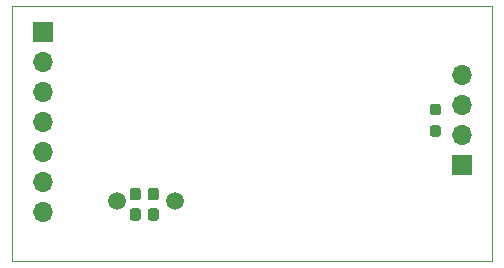
<source format=gbr>
%TF.GenerationSoftware,KiCad,Pcbnew,(5.1.8)-1*%
%TF.CreationDate,2021-01-01T08:41:17+08:00*%
%TF.ProjectId,MCP2517FD-Breakout,4d435032-3531-4374-9644-2d427265616b,rev?*%
%TF.SameCoordinates,Original*%
%TF.FileFunction,Soldermask,Bot*%
%TF.FilePolarity,Negative*%
%FSLAX46Y46*%
G04 Gerber Fmt 4.6, Leading zero omitted, Abs format (unit mm)*
G04 Created by KiCad (PCBNEW (5.1.8)-1) date 2021-01-01 08:41:17*
%MOMM*%
%LPD*%
G01*
G04 APERTURE LIST*
%TA.AperFunction,Profile*%
%ADD10C,0.050000*%
%TD*%
%ADD11C,1.500000*%
%ADD12O,1.700000X1.700000*%
%ADD13R,1.700000X1.700000*%
G04 APERTURE END LIST*
D10*
X157480000Y-86360000D02*
X157480000Y-107950000D01*
X119888000Y-86360000D02*
X116840000Y-86360000D01*
X157480000Y-86360000D02*
X119888000Y-86360000D01*
X126746000Y-107950000D02*
X157480000Y-107950000D01*
X116840000Y-107950000D02*
X126746000Y-107950000D01*
X116840000Y-86360000D02*
X116840000Y-107950000D01*
D11*
%TO.C,Y1*%
X130610000Y-102870000D03*
X125730000Y-102870000D03*
%TD*%
%TO.C,R2*%
G36*
G01*
X152416500Y-96437000D02*
X152891500Y-96437000D01*
G75*
G02*
X153129000Y-96674500I0J-237500D01*
G01*
X153129000Y-97174500D01*
G75*
G02*
X152891500Y-97412000I-237500J0D01*
G01*
X152416500Y-97412000D01*
G75*
G02*
X152179000Y-97174500I0J237500D01*
G01*
X152179000Y-96674500D01*
G75*
G02*
X152416500Y-96437000I237500J0D01*
G01*
G37*
G36*
G01*
X152416500Y-94612000D02*
X152891500Y-94612000D01*
G75*
G02*
X153129000Y-94849500I0J-237500D01*
G01*
X153129000Y-95349500D01*
G75*
G02*
X152891500Y-95587000I-237500J0D01*
G01*
X152416500Y-95587000D01*
G75*
G02*
X152179000Y-95349500I0J237500D01*
G01*
X152179000Y-94849500D01*
G75*
G02*
X152416500Y-94612000I237500J0D01*
G01*
G37*
%TD*%
D12*
%TO.C,J2*%
X154940000Y-92202000D03*
X154940000Y-94742000D03*
X154940000Y-97282000D03*
D13*
X154940000Y-99822000D03*
%TD*%
D12*
%TO.C,J1*%
X119450000Y-103810000D03*
X119450000Y-101270000D03*
X119450000Y-98730000D03*
X119450000Y-96190000D03*
X119450000Y-93650000D03*
X119450000Y-91110000D03*
D13*
X119450000Y-88570000D03*
%TD*%
%TO.C,C3*%
G36*
G01*
X128540500Y-103449000D02*
X129015500Y-103449000D01*
G75*
G02*
X129253000Y-103686500I0J-237500D01*
G01*
X129253000Y-104286500D01*
G75*
G02*
X129015500Y-104524000I-237500J0D01*
G01*
X128540500Y-104524000D01*
G75*
G02*
X128303000Y-104286500I0J237500D01*
G01*
X128303000Y-103686500D01*
G75*
G02*
X128540500Y-103449000I237500J0D01*
G01*
G37*
G36*
G01*
X128540500Y-101724000D02*
X129015500Y-101724000D01*
G75*
G02*
X129253000Y-101961500I0J-237500D01*
G01*
X129253000Y-102561500D01*
G75*
G02*
X129015500Y-102799000I-237500J0D01*
G01*
X128540500Y-102799000D01*
G75*
G02*
X128303000Y-102561500I0J237500D01*
G01*
X128303000Y-101961500D01*
G75*
G02*
X128540500Y-101724000I237500J0D01*
G01*
G37*
%TD*%
%TO.C,C2*%
G36*
G01*
X127016500Y-103449000D02*
X127491500Y-103449000D01*
G75*
G02*
X127729000Y-103686500I0J-237500D01*
G01*
X127729000Y-104286500D01*
G75*
G02*
X127491500Y-104524000I-237500J0D01*
G01*
X127016500Y-104524000D01*
G75*
G02*
X126779000Y-104286500I0J237500D01*
G01*
X126779000Y-103686500D01*
G75*
G02*
X127016500Y-103449000I237500J0D01*
G01*
G37*
G36*
G01*
X127016500Y-101724000D02*
X127491500Y-101724000D01*
G75*
G02*
X127729000Y-101961500I0J-237500D01*
G01*
X127729000Y-102561500D01*
G75*
G02*
X127491500Y-102799000I-237500J0D01*
G01*
X127016500Y-102799000D01*
G75*
G02*
X126779000Y-102561500I0J237500D01*
G01*
X126779000Y-101961500D01*
G75*
G02*
X127016500Y-101724000I237500J0D01*
G01*
G37*
%TD*%
M02*

</source>
